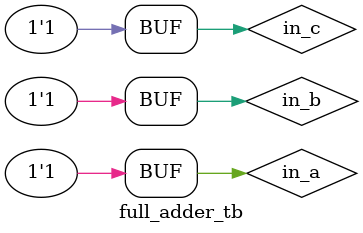
<source format=v>
`timescale 1ns/1ns
`include "lib/halfadder.v"

module Full_Adder (
    input in_a, in_b, in_c,
    output sum, carry 
);
    wire x,y,z;
    Half_Adder h1(
        .in_a(in_a),
        .in_b(in_b),
        .sum(x),
        .carry(y)
    );

    Half_Adder h2(
        .in_a(x),
        .in_b(in_c),
        .sum(sum),
        .carry(z)
    );

    or(carry, z, y);

endmodule

module full_adder_tb;
    reg in_a = 1'b0;
    reg in_b = 1'b0;
    reg in_c = 1'b0;
    wire sum, carry;

    Full_Adder h1 (
        .in_a(in_a),
        .in_b(in_b),
        .in_c(in_c),
        .sum(sum),
        .carry(carry)
    );


    initial
    begin
        $dumpfile("full_adder.vcd");
        $dumpvars(0, full_adder_tb);
    end

    initial
    begin
        in_a = 1'b0;
        in_b = 1'b0;
        in_c = 1'b0;
        #10;
        in_a = 1'b0;
        in_b = 1'b0;
        in_c = 1'b1;
        #10;
        in_a = 1'b0;
        in_b = 1'b1;
        in_c = 1'b0;
        #10;
        in_a = 1'b0;
        in_b = 1'b1;
        in_c = 1'b1;
        #10;
        in_a = 1'b1;
        in_b = 1'b0;
        in_c = 1'b0;
        #10;
        in_a = 1'b1;
        in_b = 1'b0;
        in_c = 1'b1;
        #10;
        in_a = 1'b1;
        in_b = 1'b1;
        in_c = 1'b0;
        #10;
        in_a = 1'b1;
        in_b = 1'b1;
        in_c = 1'b1;
        #10;
    end
    
    initial
    begin
        $monitor("A = %d\tB = %d\tC = %d\tSum = %d\tCarry = %d\t", in_a, in_b, in_c, sum, carry);
    end
endmodule

</source>
